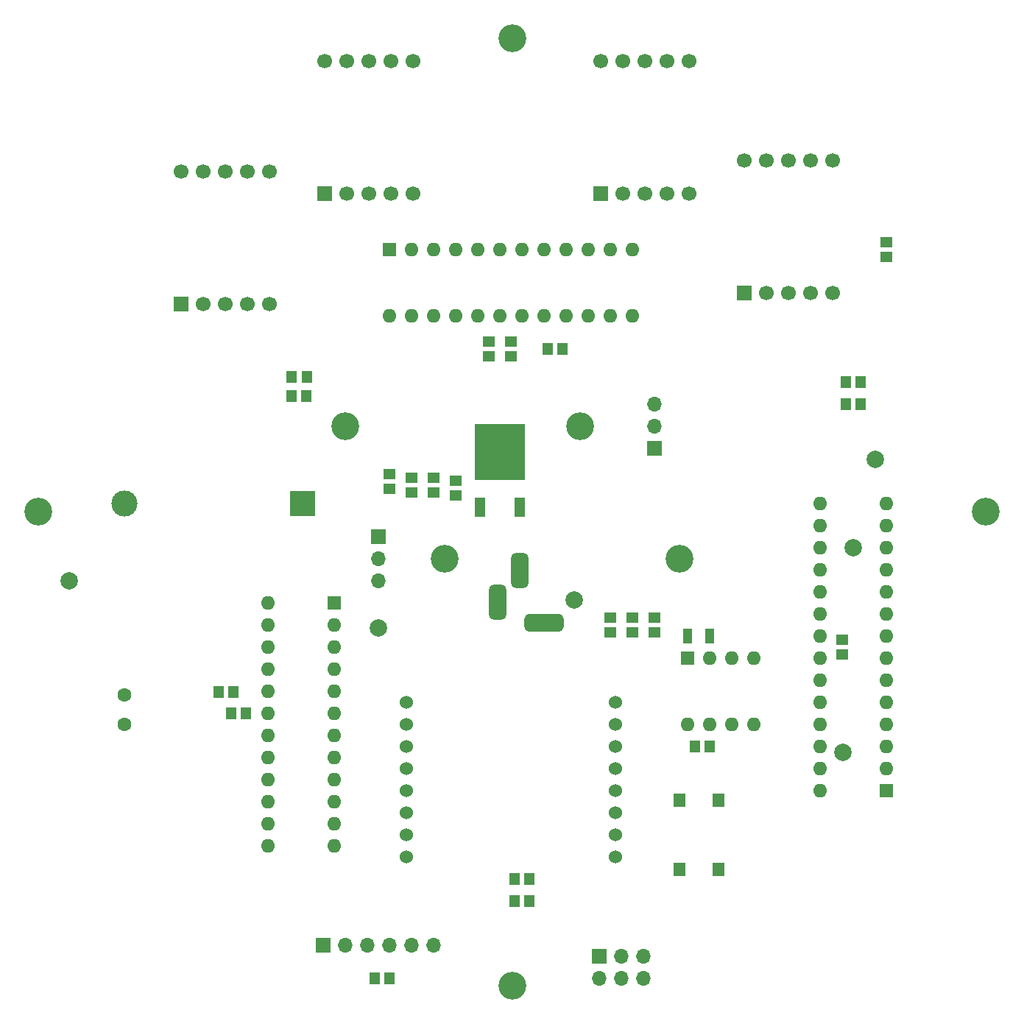
<source format=gbr>
%TF.GenerationSoftware,KiCad,Pcbnew,(6.0.5-0)*%
%TF.CreationDate,2022-07-19T01:27:06-07:00*%
%TF.ProjectId,clock_design,636c6f63-6b5f-4646-9573-69676e2e6b69,rev?*%
%TF.SameCoordinates,PX56c8cc0PY97a25c0*%
%TF.FileFunction,Soldermask,Bot*%
%TF.FilePolarity,Negative*%
%FSLAX46Y46*%
G04 Gerber Fmt 4.6, Leading zero omitted, Abs format (unit mm)*
G04 Created by KiCad (PCBNEW (6.0.5-0)) date 2022-07-19 01:27:06*
%MOMM*%
%LPD*%
G01*
G04 APERTURE LIST*
G04 Aperture macros list*
%AMRoundRect*
0 Rectangle with rounded corners*
0 $1 Rounding radius*
0 $2 $3 $4 $5 $6 $7 $8 $9 X,Y pos of 4 corners*
0 Add a 4 corners polygon primitive as box body*
4,1,4,$2,$3,$4,$5,$6,$7,$8,$9,$2,$3,0*
0 Add four circle primitives for the rounded corners*
1,1,$1+$1,$2,$3*
1,1,$1+$1,$4,$5*
1,1,$1+$1,$6,$7*
1,1,$1+$1,$8,$9*
0 Add four rect primitives between the rounded corners*
20,1,$1+$1,$2,$3,$4,$5,0*
20,1,$1+$1,$4,$5,$6,$7,0*
20,1,$1+$1,$6,$7,$8,$9,0*
20,1,$1+$1,$8,$9,$2,$3,0*%
G04 Aperture macros list end*
%ADD10C,2.000000*%
%ADD11C,1.524000*%
%ADD12R,1.150000X1.400000*%
%ADD13R,1.700000X1.700000*%
%ADD14C,1.700000*%
%ADD15C,3.200000*%
%ADD16R,1.400000X1.150000*%
%ADD17O,1.700000X1.700000*%
%ADD18R,1.600000X1.600000*%
%ADD19O,1.600000X1.600000*%
%ADD20RoundRect,0.500000X-1.750000X-0.500000X1.750000X-0.500000X1.750000X0.500000X-1.750000X0.500000X0*%
%ADD21RoundRect,0.500000X0.500000X-1.500000X0.500000X1.500000X-0.500000X1.500000X-0.500000X-1.500000X0*%
%ADD22R,1.000000X1.800000*%
%ADD23R,1.400000X1.600000*%
%ADD24C,1.600000*%
%ADD25R,3.000000X3.000000*%
%ADD26C,3.000000*%
%ADD27R,1.200000X2.200000*%
%ADD28R,5.800000X6.400000*%
G04 APERTURE END LIST*
D10*
%TO.C,TP25*%
X97039527Y31346340D03*
%TD*%
%TO.C,TP24*%
X8060000Y51050000D03*
%TD*%
%TO.C,TP23*%
X43637154Y45628795D03*
%TD*%
%TO.C,TP22*%
X66113470Y48898535D03*
%TD*%
D11*
%TO.C,D3*%
X70860000Y19300000D03*
X70860000Y21840000D03*
X70860000Y24380000D03*
X70860000Y26920000D03*
X70860000Y29460000D03*
X70860000Y32000000D03*
X70860000Y34540000D03*
X70860000Y37080000D03*
X46860000Y37080000D03*
X46860000Y34540000D03*
X46860000Y32000000D03*
X46860000Y29460000D03*
X46860000Y26920000D03*
X46860000Y24380000D03*
X46860000Y21840000D03*
X46860000Y19300000D03*
%TD*%
D12*
%TO.C,R4*%
X35282042Y72292455D03*
X33582042Y72292455D03*
%TD*%
D13*
%TO.C,U6*%
X20887000Y82927000D03*
D14*
X23427000Y82927000D03*
X25967000Y82927000D03*
X28507000Y82927000D03*
X31047000Y82927000D03*
X31047000Y98167000D03*
X28507000Y98167000D03*
X25967000Y98167000D03*
X23427000Y98167000D03*
X20887000Y98167000D03*
%TD*%
D15*
%TO.C,H4*%
X4500000Y59000000D03*
%TD*%
D13*
%TO.C,U8*%
X37397000Y95627000D03*
D14*
X39937000Y95627000D03*
X42477000Y95627000D03*
X45017000Y95627000D03*
X47557000Y95627000D03*
X47557000Y110867000D03*
X45017000Y110867000D03*
X42477000Y110867000D03*
X39937000Y110867000D03*
X37397000Y110867000D03*
%TD*%
D12*
%TO.C,R2*%
X35362450Y74543881D03*
X33662450Y74543881D03*
%TD*%
D10*
%TO.C,TP2*%
X100770000Y65020000D03*
%TD*%
D15*
%TO.C,H7*%
X66830000Y68830000D03*
%TD*%
D16*
%TO.C,R14*%
X102040000Y90000000D03*
X102040000Y88300000D03*
%TD*%
D15*
%TO.C,H5*%
X39830000Y68830000D03*
%TD*%
%TO.C,H6*%
X51230000Y53590000D03*
%TD*%
%TO.C,H2*%
X113500000Y59000000D03*
%TD*%
%TO.C,H3*%
X59000000Y4500000D03*
%TD*%
D16*
%TO.C,C1*%
X96960000Y44280000D03*
X96960000Y42580000D03*
%TD*%
D13*
%TO.C,J3*%
X75370000Y66305000D03*
D17*
X75370000Y68845000D03*
X75370000Y71385000D03*
%TD*%
D18*
%TO.C,U1*%
X102030000Y26930000D03*
D19*
X102030000Y29470000D03*
X102030000Y32010000D03*
X102030000Y34550000D03*
X102030000Y37090000D03*
X102030000Y39630000D03*
X102030000Y42170000D03*
X102030000Y44710000D03*
X102030000Y47250000D03*
X102030000Y49790000D03*
X102030000Y52330000D03*
X102030000Y54870000D03*
X102030000Y57410000D03*
X102030000Y59950000D03*
X94410000Y59950000D03*
X94410000Y57410000D03*
X94410000Y54870000D03*
X94410000Y52330000D03*
X94410000Y49790000D03*
X94410000Y47250000D03*
X94410000Y44710000D03*
X94410000Y42170000D03*
X94410000Y39630000D03*
X94410000Y37090000D03*
X94410000Y34550000D03*
X94410000Y32010000D03*
X94410000Y29470000D03*
X94410000Y26930000D03*
%TD*%
D12*
%TO.C,R22*%
X99080000Y73910000D03*
X97380000Y73910000D03*
%TD*%
D15*
%TO.C,H1*%
X59000000Y113500000D03*
%TD*%
D13*
%TO.C,U9*%
X85657000Y84197000D03*
D14*
X88197000Y84197000D03*
X90737000Y84197000D03*
X93277000Y84197000D03*
X95817000Y84197000D03*
X95817000Y99437000D03*
X93277000Y99437000D03*
X90737000Y99437000D03*
X88197000Y99437000D03*
X85657000Y99437000D03*
%TD*%
D10*
%TO.C,TP1*%
X98230000Y54860000D03*
%TD*%
D13*
%TO.C,U7*%
X69147000Y95627000D03*
D14*
X71687000Y95627000D03*
X74227000Y95627000D03*
X76767000Y95627000D03*
X79307000Y95627000D03*
X79307000Y110867000D03*
X76767000Y110867000D03*
X74227000Y110867000D03*
X71687000Y110867000D03*
X69147000Y110867000D03*
%TD*%
D15*
%TO.C,H8*%
X78230000Y53590000D03*
%TD*%
D13*
%TO.C,J4*%
X43620000Y56115000D03*
D17*
X43620000Y53575000D03*
X43620000Y51035000D03*
%TD*%
D12*
%TO.C,R23*%
X99080000Y71370000D03*
X97380000Y71370000D03*
%TD*%
D18*
%TO.C,U5*%
X38530000Y48515000D03*
D19*
X38530000Y45975000D03*
X38530000Y43435000D03*
X38530000Y40895000D03*
X38530000Y38355000D03*
X38530000Y35815000D03*
X38530000Y33275000D03*
X38530000Y30735000D03*
X38530000Y28195000D03*
X38530000Y25655000D03*
X38530000Y23115000D03*
X38530000Y20575000D03*
X30910000Y20575000D03*
X30910000Y23115000D03*
X30910000Y25655000D03*
X30910000Y28195000D03*
X30910000Y30735000D03*
X30910000Y33275000D03*
X30910000Y35815000D03*
X30910000Y38355000D03*
X30910000Y40895000D03*
X30910000Y43435000D03*
X30910000Y45975000D03*
X30910000Y48515000D03*
%TD*%
D20*
%TO.C,J1*%
X62670000Y46280000D03*
D21*
X57370000Y48580000D03*
X59870000Y52280000D03*
%TD*%
D22*
%TO.C,Y2*%
X81700000Y44700000D03*
X79200000Y44700000D03*
%TD*%
D12*
%TO.C,R7*%
X59280000Y16760000D03*
X60980000Y16760000D03*
%TD*%
D23*
%TO.C,SW1*%
X78200000Y25840000D03*
X78200000Y17840000D03*
X82700000Y25840000D03*
X82700000Y17840000D03*
%TD*%
D16*
%TO.C,C5*%
X72830000Y46820000D03*
X72830000Y45120000D03*
%TD*%
D12*
%TO.C,C9*%
X80020000Y32000000D03*
X81720000Y32000000D03*
%TD*%
D13*
%TO.C,J5*%
X69020000Y7870000D03*
D17*
X69020000Y5330000D03*
X71560000Y7870000D03*
X71560000Y5330000D03*
X74100000Y7870000D03*
X74100000Y5330000D03*
%TD*%
D12*
%TO.C,R16*%
X64790000Y77720000D03*
X63090000Y77720000D03*
%TD*%
D24*
%TO.C,R6*%
X14410000Y37940000D03*
X14410000Y34540000D03*
%TD*%
D16*
%TO.C,C4*%
X70290000Y46820000D03*
X70290000Y45120000D03*
%TD*%
D18*
%TO.C,U4*%
X44885000Y89140000D03*
D19*
X47425000Y89140000D03*
X49965000Y89140000D03*
X52505000Y89140000D03*
X55045000Y89140000D03*
X57585000Y89140000D03*
X60125000Y89140000D03*
X62665000Y89140000D03*
X65205000Y89140000D03*
X67745000Y89140000D03*
X70285000Y89140000D03*
X72825000Y89140000D03*
X72825000Y81520000D03*
X70285000Y81520000D03*
X67745000Y81520000D03*
X65205000Y81520000D03*
X62665000Y81520000D03*
X60125000Y81520000D03*
X57585000Y81520000D03*
X55045000Y81520000D03*
X52505000Y81520000D03*
X49965000Y81520000D03*
X47425000Y81520000D03*
X44885000Y81520000D03*
%TD*%
D16*
%TO.C,C11*%
X52510000Y60871742D03*
X52510000Y62571742D03*
%TD*%
D18*
%TO.C,U3*%
X79180000Y42160000D03*
D19*
X81720000Y42160000D03*
X84260000Y42160000D03*
X86800000Y42160000D03*
X86800000Y34540000D03*
X84260000Y34540000D03*
X81720000Y34540000D03*
X79180000Y34540000D03*
%TD*%
D12*
%TO.C,C17*%
X28380000Y35810000D03*
X26680000Y35810000D03*
%TD*%
D25*
%TO.C,BT1*%
X34913686Y59939983D03*
D26*
X14423686Y59939983D03*
%TD*%
D16*
%TO.C,C16*%
X56320000Y78570000D03*
X56320000Y76870000D03*
%TD*%
D12*
%TO.C,R8*%
X60980000Y14220000D03*
X59280000Y14220000D03*
%TD*%
D16*
%TO.C,C24*%
X47430000Y61210000D03*
X47430000Y62910000D03*
%TD*%
%TO.C,C23*%
X58860000Y78570000D03*
X58860000Y76870000D03*
%TD*%
D12*
%TO.C,C22*%
X26923836Y38294517D03*
X25223836Y38294517D03*
%TD*%
D16*
%TO.C,C10*%
X49970000Y61210000D03*
X49970000Y62910000D03*
%TD*%
%TO.C,C8*%
X75370000Y46820000D03*
X75370000Y45120000D03*
%TD*%
D13*
%TO.C,J2*%
X37270000Y9140000D03*
D17*
X39810000Y9140000D03*
X42350000Y9140000D03*
X44890000Y9140000D03*
X47430000Y9140000D03*
X49970000Y9140000D03*
%TD*%
D27*
%TO.C,U2*%
X59870000Y59550000D03*
D28*
X57590000Y65850000D03*
D27*
X55310000Y59550000D03*
%TD*%
D16*
%TO.C,R3*%
X44890000Y61630000D03*
X44890000Y63330000D03*
%TD*%
D12*
%TO.C,C13*%
X44890000Y5330000D03*
X43190000Y5330000D03*
%TD*%
M02*

</source>
